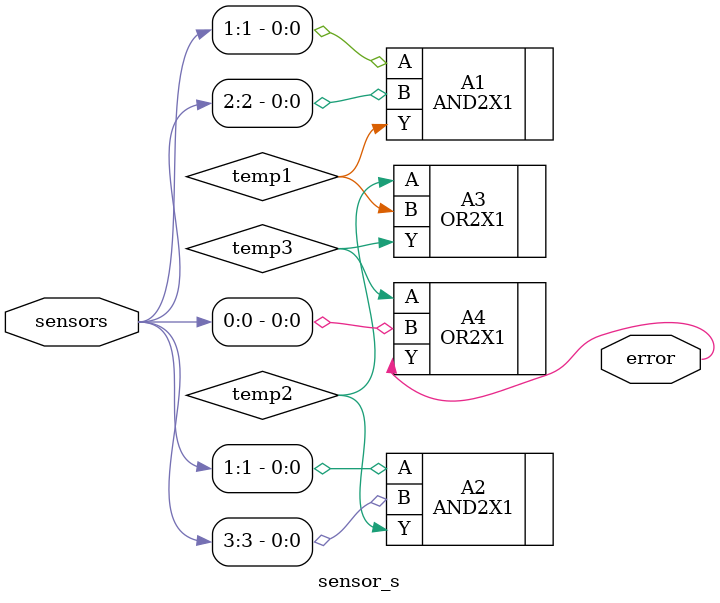
<source format=sv>
module sensor_s
(
	input [3:0] sensors,
	output error
);
	wire temp1;
	wire temp2;
	wire temp3;
	AND2X1 A1 (.Y(temp1), .A(sensors[1]), .B(sensors[2]));	
	AND2X1 A2 (.Y(temp2), .A(sensors[1]), .B(sensors[3]));
	OR2X1 A3 (.Y(temp3), .A(temp2), .B(temp1));
	OR2X1 A4 (.Y(error), .A(temp3), .B(sensors[0]));
endmodule
 
</source>
